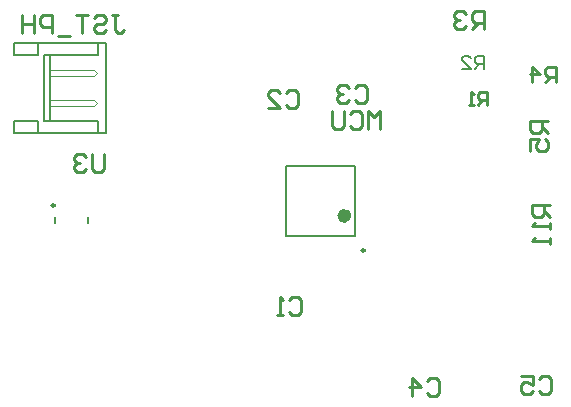
<source format=gbo>
%FSLAX25Y25*%
%MOIN*%
G70*
G01*
G75*
G04 Layer_Color=32896*
%ADD10R,0.03543X0.03150*%
%ADD11O,0.01181X0.07087*%
%ADD12O,0.07087X0.01181*%
%ADD13R,0.05906X0.05906*%
%ADD14R,0.02756X0.03543*%
%ADD15R,0.03150X0.03543*%
%ADD16R,0.04331X0.02559*%
%ADD17C,0.01000*%
%ADD18C,0.07000*%
%ADD19R,0.07000X0.07000*%
%ADD20R,0.05906X0.05906*%
%ADD21C,0.05906*%
%ADD22C,0.07284*%
%ADD23R,0.07284X0.07284*%
%ADD24C,0.05512*%
G04:AMPARAMS|DCode=25|XSize=55.12mil|YSize=55.12mil|CornerRadius=0mil|HoleSize=0mil|Usage=FLASHONLY|Rotation=0.000|XOffset=0mil|YOffset=0mil|HoleType=Round|Shape=Octagon|*
%AMOCTAGOND25*
4,1,8,0.02756,-0.01378,0.02756,0.01378,0.01378,0.02756,-0.01378,0.02756,-0.02756,0.01378,-0.02756,-0.01378,-0.01378,-0.02756,0.01378,-0.02756,0.02756,-0.01378,0.0*
%
%ADD25OCTAGOND25*%

%ADD26C,0.05000*%
%ADD27C,0.04000*%
G04:AMPARAMS|DCode=28|XSize=100mil|YSize=100mil|CornerRadius=0mil|HoleSize=0mil|Usage=FLASHONLY|Rotation=0.000|XOffset=0mil|YOffset=0mil|HoleType=Round|Shape=Relief|Width=10mil|Gap=10mil|Entries=4|*
%AMTHD28*
7,0,0,0.10000,0.08000,0.01000,45*
%
%ADD28THD28*%
%ADD29C,0.08000*%
%ADD30C,0.07543*%
G04:AMPARAMS|DCode=31|XSize=95.433mil|YSize=95.433mil|CornerRadius=0mil|HoleSize=0mil|Usage=FLASHONLY|Rotation=0.000|XOffset=0mil|YOffset=0mil|HoleType=Round|Shape=Relief|Width=10mil|Gap=10mil|Entries=4|*
%AMTHD31*
7,0,0,0.09543,0.07543,0.01000,45*
%
%ADD31THD31*%
G04:AMPARAMS|DCode=32|XSize=103.307mil|YSize=103.307mil|CornerRadius=0mil|HoleSize=0mil|Usage=FLASHONLY|Rotation=0.000|XOffset=0mil|YOffset=0mil|HoleType=Round|Shape=Relief|Width=10mil|Gap=10mil|Entries=4|*
%AMTHD32*
7,0,0,0.10331,0.08331,0.01000,45*
%
%ADD32THD32*%
%ADD33C,0.08331*%
%ADD34C,0.07150*%
G04:AMPARAMS|DCode=35|XSize=88mil|YSize=88mil|CornerRadius=0mil|HoleSize=0mil|Usage=FLASHONLY|Rotation=0.000|XOffset=0mil|YOffset=0mil|HoleType=Round|Shape=Relief|Width=10mil|Gap=10mil|Entries=4|*
%AMTHD35*
7,0,0,0.08800,0.06800,0.01000,45*
%
%ADD35THD35*%
%ADD36C,0.06800*%
%ADD37O,0.06496X0.02165*%
%ADD38O,0.02165X0.06496*%
%ADD39O,0.01575X0.07087*%
%ADD40R,0.01575X0.07087*%
%ADD41C,0.02362*%
%ADD42C,0.00984*%
%ADD43C,0.00787*%
%ADD44C,0.00961*%
%ADD45C,0.00882*%
%ADD46C,0.00870*%
%ADD47R,0.04343X0.03950*%
%ADD48O,0.01981X0.07887*%
%ADD49O,0.07887X0.01981*%
%ADD50R,0.06706X0.06706*%
%ADD51R,0.03556X0.04343*%
%ADD52R,0.03950X0.04343*%
%ADD53R,0.05131X0.03359*%
%ADD54C,0.07800*%
%ADD55R,0.07800X0.07800*%
%ADD56R,0.06706X0.06706*%
%ADD57C,0.06706*%
%ADD58C,0.08083*%
%ADD59R,0.08083X0.08083*%
%ADD60C,0.06312*%
G04:AMPARAMS|DCode=61|XSize=63.12mil|YSize=63.12mil|CornerRadius=0mil|HoleSize=0mil|Usage=FLASHONLY|Rotation=0.000|XOffset=0mil|YOffset=0mil|HoleType=Round|Shape=Octagon|*
%AMOCTAGOND61*
4,1,8,0.03156,-0.01578,0.03156,0.01578,0.01578,0.03156,-0.01578,0.03156,-0.03156,0.01578,-0.03156,-0.01578,-0.01578,-0.03156,0.01578,-0.03156,0.03156,-0.01578,0.0*
%
%ADD61OCTAGOND61*%

%ADD62C,0.05800*%
%ADD63O,0.07296X0.02965*%
%ADD64O,0.02965X0.07296*%
%ADD65O,0.02375X0.07887*%
%ADD66R,0.02375X0.07887*%
%ADD67C,0.00500*%
%ADD68C,0.00400*%
%ADD69C,0.00843*%
%ADD70C,0.00803*%
%ADD71C,0.00925*%
D17*
X225900Y213400D02*
Y219398D01*
X223901Y217399D01*
X221901Y219398D01*
Y213400D01*
X215903Y218398D02*
X216903Y219398D01*
X218902D01*
X219902Y218398D01*
Y214400D01*
X218902Y213400D01*
X216903D01*
X215903Y214400D01*
X213904Y219398D02*
Y214400D01*
X212904Y213400D01*
X210905D01*
X209905Y214400D01*
Y219398D01*
X136501Y251498D02*
X138501D01*
X137501D01*
Y246500D01*
X138501Y245500D01*
X139500D01*
X140500Y246500D01*
X130503Y250498D02*
X131503Y251498D01*
X133502D01*
X134502Y250498D01*
Y249499D01*
X133502Y248499D01*
X131503D01*
X130503Y247499D01*
Y246500D01*
X131503Y245500D01*
X133502D01*
X134502Y246500D01*
X128504Y251498D02*
X124505D01*
X126505D01*
Y245500D01*
X122506Y244500D02*
X118507D01*
X116508Y245500D02*
Y251498D01*
X113509D01*
X112509Y250498D01*
Y248499D01*
X113509Y247499D01*
X116508D01*
X110510Y251498D02*
Y245500D01*
Y248499D01*
X106511D01*
Y251498D01*
Y245500D01*
X217501Y226998D02*
X218501Y227998D01*
X220500D01*
X221500Y226998D01*
Y223000D01*
X220500Y222000D01*
X218501D01*
X217501Y223000D01*
X215502Y226998D02*
X214502Y227998D01*
X212503D01*
X211503Y226998D01*
Y225999D01*
X212503Y224999D01*
X213503D01*
X212503D01*
X211503Y223999D01*
Y223000D01*
X212503Y222000D01*
X214502D01*
X215502Y223000D01*
X195501Y156498D02*
X196501Y157498D01*
X198500D01*
X199500Y156498D01*
Y152500D01*
X198500Y151500D01*
X196501D01*
X195501Y152500D01*
X193502Y151500D02*
X191503D01*
X192502D01*
Y157498D01*
X193502Y156498D01*
X134000Y204998D02*
Y200000D01*
X133000Y199000D01*
X131001D01*
X130001Y200000D01*
Y204998D01*
X128002Y203998D02*
X127002Y204998D01*
X125003D01*
X124003Y203998D01*
Y202999D01*
X125003Y201999D01*
X126003D01*
X125003D01*
X124003Y200999D01*
Y200000D01*
X125003Y199000D01*
X127002D01*
X128002Y200000D01*
X194401Y225398D02*
X195401Y226398D01*
X197400D01*
X198400Y225398D01*
Y221400D01*
X197400Y220400D01*
X195401D01*
X194401Y221400D01*
X188403Y220400D02*
X192402D01*
X188403Y224399D01*
Y225398D01*
X189403Y226398D01*
X191402D01*
X192402Y225398D01*
X241501Y129498D02*
X242501Y130498D01*
X244500D01*
X245500Y129498D01*
Y125500D01*
X244500Y124500D01*
X242501D01*
X241501Y125500D01*
X236503Y124500D02*
Y130498D01*
X239502Y127499D01*
X235503D01*
X279001Y129998D02*
X280001Y130998D01*
X282000D01*
X283000Y129998D01*
Y126000D01*
X282000Y125000D01*
X280001D01*
X279001Y126000D01*
X273003Y130998D02*
X277002D01*
Y127999D01*
X275003Y128999D01*
X274003D01*
X273003Y127999D01*
Y126000D01*
X274003Y125000D01*
X276002D01*
X277002Y126000D01*
X260400Y246900D02*
Y252898D01*
X257401D01*
X256401Y251898D01*
Y249899D01*
X257401Y248899D01*
X260400D01*
X258401D02*
X256401Y246900D01*
X254402Y251898D02*
X253402Y252898D01*
X251403D01*
X250403Y251898D01*
Y250899D01*
X251403Y249899D01*
X252403D01*
X251403D01*
X250403Y248899D01*
Y247900D01*
X251403Y246900D01*
X253402D01*
X254402Y247900D01*
X282000Y216000D02*
X276002D01*
Y213001D01*
X277002Y212001D01*
X279001D01*
X280001Y213001D01*
Y216000D01*
Y214001D02*
X282000Y212001D01*
X276002Y206003D02*
Y210002D01*
X279001D01*
X278001Y208003D01*
Y207003D01*
X279001Y206003D01*
X281000D01*
X282000Y207003D01*
Y209002D01*
X281000Y210002D01*
X282500Y188000D02*
X276502D01*
Y185001D01*
X277502Y184001D01*
X279501D01*
X280501Y185001D01*
Y188000D01*
Y186001D02*
X282500Y184001D01*
Y182002D02*
Y180003D01*
Y181002D01*
X276502D01*
X277502Y182002D01*
X282500Y177004D02*
Y175004D01*
Y176004D01*
X276502D01*
X277502Y177004D01*
D41*
X215181Y184500D02*
G03*
X215181Y184500I-1181J0D01*
G01*
D42*
X220764Y172965D02*
G03*
X220764Y172965I-492J0D01*
G01*
X117492Y188000D02*
G03*
X117492Y188000I-492J0D01*
G01*
D43*
X194386Y177886D02*
Y201114D01*
X217614Y177886D02*
Y201114D01*
X194386D02*
X217614D01*
X194386Y177886D02*
X217614D01*
X128500Y182032D02*
Y184000D01*
X117500Y182032D02*
Y184000D01*
D67*
X114000Y216079D02*
Y238079D01*
X104000Y242079D02*
X112000D01*
X134500Y212079D02*
Y242079D01*
X112000Y212079D02*
X134500D01*
X112000Y242079D02*
X134500D01*
X114000Y238079D02*
X132000D01*
Y242079D01*
Y212079D02*
Y216079D01*
X114000D02*
X132000D01*
X104000Y238079D02*
X112000D01*
X104000D02*
Y242079D01*
Y216079D02*
X112000D01*
X104000Y212079D02*
Y216079D01*
Y212079D02*
X112000D01*
X116000Y216079D02*
Y238079D01*
X112000D02*
Y242079D01*
Y212079D02*
Y216079D01*
D68*
X116000Y231079D02*
X130500D01*
X131500Y232079D01*
X130500Y233079D02*
X131500Y232079D01*
X116000Y233079D02*
X130500D01*
X116000Y221079D02*
X130500D01*
X131500Y222079D01*
X130500Y223079D02*
X131500Y222079D01*
X116000Y223079D02*
X130500D01*
D69*
X261500Y221500D02*
Y225924D01*
X259288D01*
X258551Y225186D01*
Y223712D01*
X259288Y222975D01*
X261500D01*
X260025D02*
X258551Y221500D01*
X257076D02*
X255602D01*
X256339D01*
Y225924D01*
X257076Y225186D01*
D70*
X260500Y233500D02*
Y237924D01*
X258288D01*
X257551Y237187D01*
Y235712D01*
X258288Y234975D01*
X260500D01*
X259025D02*
X257551Y233500D01*
X253127D02*
X256076D01*
X253127Y236449D01*
Y237187D01*
X253864Y237924D01*
X255339D01*
X256076Y237187D01*
D71*
X284500Y229000D02*
Y234211D01*
X281894D01*
X281026Y233342D01*
Y231606D01*
X281894Y230737D01*
X284500D01*
X282763D02*
X281026Y229000D01*
X276684D02*
Y234211D01*
X279289Y231606D01*
X275815D01*
M02*

</source>
